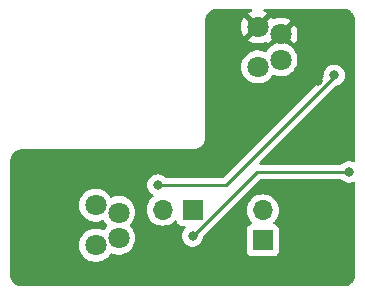
<source format=gbr>
%TF.GenerationSoftware,KiCad,Pcbnew,7.0.6*%
%TF.CreationDate,2024-04-06T17:48:28-04:00*%
%TF.ProjectId,rearbox_peripheral_io_side,72656172-626f-4785-9f70-657269706865,rev?*%
%TF.SameCoordinates,Original*%
%TF.FileFunction,Copper,L2,Bot*%
%TF.FilePolarity,Positive*%
%FSLAX46Y46*%
G04 Gerber Fmt 4.6, Leading zero omitted, Abs format (unit mm)*
G04 Created by KiCad (PCBNEW 7.0.6) date 2024-04-06 17:48:28*
%MOMM*%
%LPD*%
G01*
G04 APERTURE LIST*
%TA.AperFunction,ComponentPad*%
%ADD10R,1.700000X1.700000*%
%TD*%
%TA.AperFunction,ComponentPad*%
%ADD11O,1.700000X1.700000*%
%TD*%
%TA.AperFunction,ComponentPad*%
%ADD12C,1.800000*%
%TD*%
%TA.AperFunction,ViaPad*%
%ADD13C,0.800000*%
%TD*%
%TA.AperFunction,Conductor*%
%ADD14C,0.250000*%
%TD*%
G04 APERTURE END LIST*
D10*
%TO.P,J6,1,Pin_1*%
%TO.N,Net-(J6-Pin_1)*%
X98404600Y-80213200D03*
D11*
%TO.P,J6,2,Pin_2*%
%TO.N,Net-(J6-Pin_2)*%
X95864600Y-80213200D03*
%TD*%
D12*
%TO.P,J3,1,Pin_1*%
%TO.N,M+*%
X90195601Y-83231274D03*
%TO.P,J3,2,Pin_2*%
X92145600Y-82606180D03*
%TO.P,J3,3,Pin_3*%
%TO.N,M-*%
X90195601Y-79831230D03*
%TO.P,J3,4,Pin_4*%
X92145600Y-80456253D03*
%TD*%
D10*
%TO.P,J4,1,Pin_1*%
%TO.N,D2*%
X104343200Y-82804000D03*
D11*
%TO.P,J4,2,Pin_2*%
%TO.N,D1*%
X104343200Y-80264000D03*
%TD*%
D12*
%TO.P,J2,1,Pin_1*%
%TO.N,12v*%
X103925601Y-68126132D03*
%TO.P,J2,2,Pin_2*%
X105875600Y-67501038D03*
%TO.P,J2,3,Pin_3*%
%TO.N,GND*%
X103925601Y-64726088D03*
%TO.P,J2,4,Pin_4*%
X105875600Y-65351111D03*
%TD*%
D13*
%TO.N,GND*%
X105765600Y-70053200D03*
X85496400Y-80619600D03*
X100685600Y-86106000D03*
X109321600Y-65836800D03*
X85394800Y-78536800D03*
X109016800Y-69342000D03*
X94945200Y-86106000D03*
%TO.N,Net-(J6-Pin_1)*%
X98399600Y-82448400D03*
X111658400Y-77012800D03*
%TO.N,Net-(J6-Pin_2)*%
X95453200Y-78130400D03*
X110388400Y-68834000D03*
%TD*%
D14*
%TO.N,Net-(J6-Pin_1)*%
X98399600Y-82448400D02*
X103835200Y-77012800D01*
X103835200Y-77012800D02*
X111658400Y-77012800D01*
%TO.N,Net-(J6-Pin_2)*%
X101253705Y-78130400D02*
X110388400Y-68995705D01*
X110388400Y-68995705D02*
X110388400Y-68834000D01*
X95453200Y-78130400D02*
X101253705Y-78130400D01*
%TD*%
%TA.AperFunction,Conductor*%
%TO.N,GND*%
G36*
X103395736Y-63215385D02*
G01*
X103441491Y-63268189D01*
X103451435Y-63337347D01*
X103422410Y-63400903D01*
X103368959Y-63436981D01*
X103361310Y-63439606D01*
X103361299Y-63439611D01*
X103157245Y-63550040D01*
X103126801Y-63573734D01*
X103126801Y-63573735D01*
X103716380Y-64163314D01*
X103623013Y-64201989D01*
X103497676Y-64298163D01*
X103401502Y-64423499D01*
X103362827Y-64516867D01*
X102774413Y-63928453D01*
X102690117Y-64057479D01*
X102690115Y-64057483D01*
X102596918Y-64269952D01*
X102539962Y-64494869D01*
X102520802Y-64726082D01*
X102520802Y-64726093D01*
X102539962Y-64957306D01*
X102596918Y-65182223D01*
X102690117Y-65394697D01*
X102774412Y-65523721D01*
X103362827Y-64935307D01*
X103401502Y-65028676D01*
X103497676Y-65154013D01*
X103623013Y-65250187D01*
X103716380Y-65288860D01*
X103126800Y-65878439D01*
X103157251Y-65902138D01*
X103361298Y-66012564D01*
X103361307Y-66012567D01*
X103580740Y-66087899D01*
X103809594Y-66126088D01*
X104041608Y-66126088D01*
X104270461Y-66087899D01*
X104489896Y-66012567D01*
X104497027Y-66008708D01*
X104565355Y-65994110D01*
X104630728Y-66018769D01*
X104659859Y-66049939D01*
X104724411Y-66148744D01*
X105312826Y-65560330D01*
X105351501Y-65653699D01*
X105447675Y-65779036D01*
X105573012Y-65875210D01*
X105666379Y-65913883D01*
X105415233Y-66165029D01*
X105367817Y-66194629D01*
X105311098Y-66214101D01*
X105311095Y-66214102D01*
X105106971Y-66324569D01*
X105106965Y-66324573D01*
X104923822Y-66467119D01*
X104923819Y-66467122D01*
X104766618Y-66637888D01*
X104659658Y-66801604D01*
X104606511Y-66846960D01*
X104537280Y-66856384D01*
X104496831Y-66842837D01*
X104492971Y-66840747D01*
X104490103Y-66839195D01*
X104490096Y-66839193D01*
X104270585Y-66763834D01*
X104098883Y-66735182D01*
X104041650Y-66725632D01*
X103809552Y-66725632D01*
X103763765Y-66733272D01*
X103580616Y-66763834D01*
X103361105Y-66839193D01*
X103361096Y-66839196D01*
X103156972Y-66949663D01*
X103156966Y-66949667D01*
X102973823Y-67092213D01*
X102973820Y-67092216D01*
X102816617Y-67262984D01*
X102689676Y-67457283D01*
X102596443Y-67669831D01*
X102539467Y-67894823D01*
X102539465Y-67894834D01*
X102520300Y-68126125D01*
X102520300Y-68126138D01*
X102539465Y-68357429D01*
X102539467Y-68357440D01*
X102596443Y-68582432D01*
X102689676Y-68794980D01*
X102816617Y-68989279D01*
X102816620Y-68989283D01*
X102816622Y-68989285D01*
X102973817Y-69160045D01*
X102973820Y-69160047D01*
X102973823Y-69160050D01*
X103156966Y-69302596D01*
X103156972Y-69302600D01*
X103156975Y-69302602D01*
X103361098Y-69413068D01*
X103475088Y-69452200D01*
X103580616Y-69488429D01*
X103580618Y-69488429D01*
X103580620Y-69488430D01*
X103809552Y-69526632D01*
X103809553Y-69526632D01*
X104041649Y-69526632D01*
X104041650Y-69526632D01*
X104270582Y-69488430D01*
X104490104Y-69413068D01*
X104694227Y-69302602D01*
X104877385Y-69160045D01*
X105034580Y-68989285D01*
X105141543Y-68825564D01*
X105194688Y-68780209D01*
X105263919Y-68770785D01*
X105304370Y-68784333D01*
X105311097Y-68787974D01*
X105420599Y-68825566D01*
X105530615Y-68863335D01*
X105530617Y-68863335D01*
X105530619Y-68863336D01*
X105759551Y-68901538D01*
X105759552Y-68901538D01*
X105991648Y-68901538D01*
X105991649Y-68901538D01*
X106220581Y-68863336D01*
X106440103Y-68787974D01*
X106644226Y-68677508D01*
X106827384Y-68534951D01*
X106984579Y-68364191D01*
X107111524Y-68169887D01*
X107204757Y-67957338D01*
X107261734Y-67732343D01*
X107280900Y-67501038D01*
X107280900Y-67501031D01*
X107261735Y-67269740D01*
X107261733Y-67269729D01*
X107204757Y-67044737D01*
X107111524Y-66832189D01*
X106984583Y-66637890D01*
X106984580Y-66637887D01*
X106984579Y-66637885D01*
X106827384Y-66467125D01*
X106827379Y-66467121D01*
X106827377Y-66467119D01*
X106644234Y-66324573D01*
X106644228Y-66324569D01*
X106440104Y-66214102D01*
X106440098Y-66214100D01*
X106383382Y-66194629D01*
X106335965Y-66165029D01*
X106084820Y-65913883D01*
X106178188Y-65875210D01*
X106303525Y-65779036D01*
X106399699Y-65653700D01*
X106438372Y-65560331D01*
X107026786Y-66148745D01*
X107111084Y-66019717D01*
X107204282Y-65807246D01*
X107261238Y-65582329D01*
X107280398Y-65351116D01*
X107280398Y-65351105D01*
X107261238Y-65119892D01*
X107204282Y-64894975D01*
X107111083Y-64682501D01*
X107026786Y-64553475D01*
X106438372Y-65141889D01*
X106399699Y-65048523D01*
X106303525Y-64923186D01*
X106178188Y-64827012D01*
X106084819Y-64788337D01*
X106674399Y-64198758D01*
X106643949Y-64175060D01*
X106439902Y-64064634D01*
X106439893Y-64064631D01*
X106220460Y-63989299D01*
X105991607Y-63951111D01*
X105759593Y-63951111D01*
X105530739Y-63989299D01*
X105311306Y-64064631D01*
X105311290Y-64064638D01*
X105304165Y-64068494D01*
X105235836Y-64083088D01*
X105170465Y-64058423D01*
X105141341Y-64027259D01*
X105076787Y-63928452D01*
X104488373Y-64516866D01*
X104449700Y-64423500D01*
X104353526Y-64298163D01*
X104228189Y-64201989D01*
X104134821Y-64163315D01*
X104724400Y-63573736D01*
X104724400Y-63573735D01*
X104693950Y-63550037D01*
X104489903Y-63439611D01*
X104489891Y-63439606D01*
X104482243Y-63436981D01*
X104425227Y-63396596D01*
X104399096Y-63331796D01*
X104412147Y-63263156D01*
X104460236Y-63212469D01*
X104522505Y-63195700D01*
X111163693Y-63195700D01*
X111169095Y-63195935D01*
X111211919Y-63199682D01*
X111338171Y-63212118D01*
X111358085Y-63215741D01*
X111424749Y-63233603D01*
X111517970Y-63261882D01*
X111534371Y-63268158D01*
X111535248Y-63268567D01*
X111601811Y-63299606D01*
X111604775Y-63301088D01*
X111642369Y-63321182D01*
X111688727Y-63345962D01*
X111695067Y-63349857D01*
X111761228Y-63396183D01*
X111765000Y-63399044D01*
X111802617Y-63429915D01*
X111814431Y-63439611D01*
X111837208Y-63458303D01*
X111841709Y-63462382D01*
X111899215Y-63519888D01*
X111903295Y-63524390D01*
X111962554Y-63596598D01*
X111965415Y-63600370D01*
X112011741Y-63666531D01*
X112015636Y-63672871D01*
X112060501Y-63756805D01*
X112062014Y-63759831D01*
X112093440Y-63827227D01*
X112099719Y-63843635D01*
X112128001Y-63936869D01*
X112145854Y-64003499D01*
X112149482Y-64023438D01*
X112161923Y-64149755D01*
X112165663Y-64192505D01*
X112165899Y-64197911D01*
X112165899Y-76062089D01*
X112146214Y-76129128D01*
X112093410Y-76174883D01*
X112024252Y-76184827D01*
X111991464Y-76175369D01*
X111938202Y-76151655D01*
X111792401Y-76120665D01*
X111753046Y-76112300D01*
X111563754Y-76112300D01*
X111531297Y-76119198D01*
X111378597Y-76151655D01*
X111378592Y-76151657D01*
X111205670Y-76228648D01*
X111205665Y-76228651D01*
X111052530Y-76339910D01*
X111052526Y-76339914D01*
X111046800Y-76346274D01*
X110987313Y-76382921D01*
X110954652Y-76387300D01*
X104180756Y-76387300D01*
X104113717Y-76367615D01*
X104067962Y-76314811D01*
X104058018Y-76245653D01*
X104087043Y-76182097D01*
X104093075Y-76175619D01*
X106253391Y-74015303D01*
X110522030Y-69746663D01*
X110583351Y-69713180D01*
X110583549Y-69713137D01*
X110668203Y-69695144D01*
X110668207Y-69695142D01*
X110668208Y-69695142D01*
X110726458Y-69669206D01*
X110841130Y-69618151D01*
X110994271Y-69506888D01*
X111120933Y-69366216D01*
X111215579Y-69202284D01*
X111274074Y-69022256D01*
X111293860Y-68834000D01*
X111274074Y-68645744D01*
X111215579Y-68465716D01*
X111120933Y-68301784D01*
X110994271Y-68161112D01*
X110994270Y-68161111D01*
X110841134Y-68049851D01*
X110841129Y-68049848D01*
X110668207Y-67972857D01*
X110668202Y-67972855D01*
X110522401Y-67941865D01*
X110483046Y-67933500D01*
X110293754Y-67933500D01*
X110261297Y-67940398D01*
X110108597Y-67972855D01*
X110108592Y-67972857D01*
X109935670Y-68049848D01*
X109935665Y-68049851D01*
X109782529Y-68161111D01*
X109655866Y-68301785D01*
X109561221Y-68465715D01*
X109561218Y-68465722D01*
X109538724Y-68534953D01*
X109502726Y-68645744D01*
X109487777Y-68787976D01*
X109482940Y-68834000D01*
X109494121Y-68940391D01*
X109481551Y-69009121D01*
X109458481Y-69041032D01*
X101030933Y-77468581D01*
X100969610Y-77502066D01*
X100943252Y-77504900D01*
X96156948Y-77504900D01*
X96089909Y-77485215D01*
X96064800Y-77463874D01*
X96059073Y-77457514D01*
X96059069Y-77457510D01*
X95905934Y-77346251D01*
X95905929Y-77346248D01*
X95733007Y-77269257D01*
X95733002Y-77269255D01*
X95587201Y-77238265D01*
X95547846Y-77229900D01*
X95358554Y-77229900D01*
X95326097Y-77236798D01*
X95173397Y-77269255D01*
X95173392Y-77269257D01*
X95000470Y-77346248D01*
X95000465Y-77346251D01*
X94847329Y-77457511D01*
X94720666Y-77598185D01*
X94626021Y-77762115D01*
X94626018Y-77762122D01*
X94567527Y-77942140D01*
X94567526Y-77942144D01*
X94547740Y-78130400D01*
X94567526Y-78318656D01*
X94567527Y-78318659D01*
X94626018Y-78498677D01*
X94626021Y-78498684D01*
X94720667Y-78662616D01*
X94841947Y-78797311D01*
X94847329Y-78803288D01*
X95000465Y-78914548D01*
X95000468Y-78914550D01*
X95000469Y-78914550D01*
X95000470Y-78914551D01*
X95022926Y-78924549D01*
X95076163Y-78969797D01*
X95096485Y-79036646D01*
X95077441Y-79103870D01*
X95043615Y-79139402D01*
X94993198Y-79174704D01*
X94826105Y-79341797D01*
X94690565Y-79535369D01*
X94690564Y-79535371D01*
X94590698Y-79749535D01*
X94590694Y-79749544D01*
X94529538Y-79977786D01*
X94529536Y-79977796D01*
X94508941Y-80213199D01*
X94508941Y-80213200D01*
X94529536Y-80448603D01*
X94529538Y-80448613D01*
X94590694Y-80676855D01*
X94590696Y-80676859D01*
X94590697Y-80676863D01*
X94614386Y-80727664D01*
X94690565Y-80891030D01*
X94690567Y-80891034D01*
X94726138Y-80941834D01*
X94826105Y-81084601D01*
X94993199Y-81251695D01*
X95088819Y-81318649D01*
X95186765Y-81387232D01*
X95186767Y-81387233D01*
X95186770Y-81387235D01*
X95400937Y-81487103D01*
X95629192Y-81548263D01*
X95805634Y-81563700D01*
X95864599Y-81568859D01*
X95864600Y-81568859D01*
X95864601Y-81568859D01*
X95923566Y-81563700D01*
X96100008Y-81548263D01*
X96328263Y-81487103D01*
X96542430Y-81387235D01*
X96736001Y-81251695D01*
X96857929Y-81129766D01*
X96919248Y-81096284D01*
X96988940Y-81101268D01*
X97044874Y-81143139D01*
X97061789Y-81174117D01*
X97110802Y-81305528D01*
X97110806Y-81305535D01*
X97197052Y-81420744D01*
X97197055Y-81420747D01*
X97312264Y-81506993D01*
X97312271Y-81506997D01*
X97320867Y-81510203D01*
X97447117Y-81557291D01*
X97506727Y-81563700D01*
X97705940Y-81563699D01*
X97772978Y-81583383D01*
X97818733Y-81636187D01*
X97828677Y-81705345D01*
X97799652Y-81768901D01*
X97798032Y-81770640D01*
X97798078Y-81770682D01*
X97667066Y-81916185D01*
X97572421Y-82080115D01*
X97572418Y-82080122D01*
X97513927Y-82260140D01*
X97513926Y-82260144D01*
X97494140Y-82448400D01*
X97513926Y-82636656D01*
X97513927Y-82636659D01*
X97572418Y-82816677D01*
X97572421Y-82816684D01*
X97667067Y-82980616D01*
X97740778Y-83062480D01*
X97793729Y-83121288D01*
X97946865Y-83232548D01*
X97946870Y-83232551D01*
X98119792Y-83309542D01*
X98119797Y-83309544D01*
X98304954Y-83348900D01*
X98304955Y-83348900D01*
X98494244Y-83348900D01*
X98494246Y-83348900D01*
X98679403Y-83309544D01*
X98852330Y-83232551D01*
X99005471Y-83121288D01*
X99132133Y-82980616D01*
X99226779Y-82816684D01*
X99285274Y-82636656D01*
X99302921Y-82468745D01*
X99329505Y-82404132D01*
X99338552Y-82394036D01*
X101468589Y-80264000D01*
X102987541Y-80264000D01*
X103008136Y-80499403D01*
X103008138Y-80499413D01*
X103069294Y-80727655D01*
X103069296Y-80727659D01*
X103069297Y-80727663D01*
X103145477Y-80891030D01*
X103169165Y-80941830D01*
X103169167Y-80941834D01*
X103247763Y-81054080D01*
X103304701Y-81135396D01*
X103304706Y-81135402D01*
X103426630Y-81257326D01*
X103460115Y-81318649D01*
X103455131Y-81388341D01*
X103413259Y-81444274D01*
X103382283Y-81461189D01*
X103250869Y-81510203D01*
X103250864Y-81510206D01*
X103135655Y-81596452D01*
X103135652Y-81596455D01*
X103049406Y-81711664D01*
X103049402Y-81711671D01*
X102999108Y-81846517D01*
X102996694Y-81868976D01*
X102992701Y-81906123D01*
X102992700Y-81906135D01*
X102992700Y-83701870D01*
X102992701Y-83701876D01*
X102999108Y-83761483D01*
X103049402Y-83896328D01*
X103049406Y-83896335D01*
X103135652Y-84011544D01*
X103135655Y-84011547D01*
X103250864Y-84097793D01*
X103250871Y-84097797D01*
X103385717Y-84148091D01*
X103385716Y-84148091D01*
X103392644Y-84148835D01*
X103445327Y-84154500D01*
X105241072Y-84154499D01*
X105300683Y-84148091D01*
X105435531Y-84097796D01*
X105550746Y-84011546D01*
X105636996Y-83896331D01*
X105687291Y-83761483D01*
X105693700Y-83701873D01*
X105693699Y-81906128D01*
X105687291Y-81846517D01*
X105681419Y-81830774D01*
X105636997Y-81711671D01*
X105636993Y-81711664D01*
X105550747Y-81596455D01*
X105550744Y-81596452D01*
X105435535Y-81510206D01*
X105435528Y-81510202D01*
X105304117Y-81461189D01*
X105248183Y-81419318D01*
X105223766Y-81353853D01*
X105238618Y-81285580D01*
X105259763Y-81257332D01*
X105381695Y-81135401D01*
X105517235Y-80941830D01*
X105617103Y-80727663D01*
X105678263Y-80499408D01*
X105698859Y-80264000D01*
X105678263Y-80028592D01*
X105617103Y-79800337D01*
X105517235Y-79586171D01*
X105504887Y-79568535D01*
X105381694Y-79392597D01*
X105214602Y-79225506D01*
X105214595Y-79225501D01*
X105021034Y-79089967D01*
X105021030Y-79089965D01*
X104947662Y-79055753D01*
X104806863Y-78990097D01*
X104806859Y-78990096D01*
X104806855Y-78990094D01*
X104578613Y-78928938D01*
X104578603Y-78928936D01*
X104343201Y-78908341D01*
X104343199Y-78908341D01*
X104107796Y-78928936D01*
X104107786Y-78928938D01*
X103879544Y-78990094D01*
X103879535Y-78990098D01*
X103665371Y-79089964D01*
X103665369Y-79089965D01*
X103471797Y-79225505D01*
X103304705Y-79392597D01*
X103169165Y-79586169D01*
X103169164Y-79586171D01*
X103069298Y-79800335D01*
X103069294Y-79800344D01*
X103008138Y-80028586D01*
X103008136Y-80028596D01*
X102987541Y-80263999D01*
X102987541Y-80264000D01*
X101468589Y-80264000D01*
X104057971Y-77674619D01*
X104119295Y-77641134D01*
X104145653Y-77638300D01*
X110954652Y-77638300D01*
X111021691Y-77657985D01*
X111046800Y-77679326D01*
X111052526Y-77685685D01*
X111052530Y-77685689D01*
X111205665Y-77796948D01*
X111205670Y-77796951D01*
X111378592Y-77873942D01*
X111378597Y-77873944D01*
X111563754Y-77913300D01*
X111563755Y-77913300D01*
X111753044Y-77913300D01*
X111753046Y-77913300D01*
X111938203Y-77873944D01*
X111991462Y-77850230D01*
X112060712Y-77840945D01*
X112123989Y-77870573D01*
X112161203Y-77929708D01*
X112165899Y-77963510D01*
X112165899Y-85712888D01*
X112165663Y-85718294D01*
X112161923Y-85761044D01*
X112149482Y-85887360D01*
X112145854Y-85907299D01*
X112128001Y-85973930D01*
X112099718Y-86067163D01*
X112093440Y-86083571D01*
X112062014Y-86150967D01*
X112060501Y-86153993D01*
X112015636Y-86237927D01*
X112011741Y-86244267D01*
X111965415Y-86310428D01*
X111962554Y-86314200D01*
X111903295Y-86386408D01*
X111899206Y-86390920D01*
X111841720Y-86448406D01*
X111837208Y-86452495D01*
X111765000Y-86511754D01*
X111761228Y-86514615D01*
X111695067Y-86560941D01*
X111688727Y-86564836D01*
X111604793Y-86609701D01*
X111601767Y-86611214D01*
X111534371Y-86642640D01*
X111517963Y-86648918D01*
X111424730Y-86677201D01*
X111358099Y-86695054D01*
X111338160Y-86698682D01*
X111211845Y-86711123D01*
X111171189Y-86714680D01*
X111169096Y-86714864D01*
X111163690Y-86715100D01*
X83959110Y-86715100D01*
X83953703Y-86714864D01*
X83951415Y-86714663D01*
X83910954Y-86711123D01*
X83784638Y-86698682D01*
X83764699Y-86695054D01*
X83698069Y-86677201D01*
X83604835Y-86648919D01*
X83588427Y-86642640D01*
X83539833Y-86619981D01*
X83521018Y-86611207D01*
X83518005Y-86609701D01*
X83434071Y-86564836D01*
X83427731Y-86560941D01*
X83361570Y-86514615D01*
X83357798Y-86511754D01*
X83285590Y-86452495D01*
X83281088Y-86448415D01*
X83223582Y-86390909D01*
X83219503Y-86386408D01*
X83160244Y-86314200D01*
X83157383Y-86310428D01*
X83111057Y-86244267D01*
X83107162Y-86237927D01*
X83082382Y-86191569D01*
X83062288Y-86153975D01*
X83060806Y-86151011D01*
X83029358Y-86083571D01*
X83023082Y-86067170D01*
X82994798Y-85973930D01*
X82976941Y-85907285D01*
X82973318Y-85887371D01*
X82960882Y-85761119D01*
X82957136Y-85718294D01*
X82956900Y-85712893D01*
X82956900Y-83231280D01*
X88790300Y-83231280D01*
X88809465Y-83462571D01*
X88809467Y-83462582D01*
X88866443Y-83687574D01*
X88959676Y-83900122D01*
X89086617Y-84094421D01*
X89086620Y-84094425D01*
X89086622Y-84094427D01*
X89243817Y-84265187D01*
X89243820Y-84265189D01*
X89243823Y-84265192D01*
X89426966Y-84407738D01*
X89426972Y-84407742D01*
X89426975Y-84407744D01*
X89631098Y-84518210D01*
X89745088Y-84557342D01*
X89850616Y-84593571D01*
X89850618Y-84593571D01*
X89850620Y-84593572D01*
X90079552Y-84631774D01*
X90079553Y-84631774D01*
X90311649Y-84631774D01*
X90311650Y-84631774D01*
X90540582Y-84593572D01*
X90760104Y-84518210D01*
X90964227Y-84407744D01*
X91147385Y-84265187D01*
X91304580Y-84094427D01*
X91411543Y-83930706D01*
X91464688Y-83885351D01*
X91533919Y-83875927D01*
X91574370Y-83889475D01*
X91581097Y-83893116D01*
X91690599Y-83930708D01*
X91800615Y-83968477D01*
X91800617Y-83968477D01*
X91800619Y-83968478D01*
X92029551Y-84006680D01*
X92029552Y-84006680D01*
X92261648Y-84006680D01*
X92261649Y-84006680D01*
X92490581Y-83968478D01*
X92710103Y-83893116D01*
X92914226Y-83782650D01*
X92941422Y-83761483D01*
X93018010Y-83701872D01*
X93097384Y-83640093D01*
X93254579Y-83469333D01*
X93381524Y-83275029D01*
X93474757Y-83062480D01*
X93531734Y-82837485D01*
X93533458Y-82816684D01*
X93550900Y-82606186D01*
X93550900Y-82606173D01*
X93531735Y-82374882D01*
X93531733Y-82374871D01*
X93474757Y-82149879D01*
X93381524Y-81937331D01*
X93254581Y-81743029D01*
X93136905Y-81615198D01*
X93105983Y-81552544D01*
X93113843Y-81483118D01*
X93136901Y-81447238D01*
X93254579Y-81319406D01*
X93381524Y-81125102D01*
X93474757Y-80912553D01*
X93531734Y-80687558D01*
X93532620Y-80676864D01*
X93550900Y-80456259D01*
X93550900Y-80456246D01*
X93531735Y-80224955D01*
X93531733Y-80224944D01*
X93474757Y-79999952D01*
X93381524Y-79787404D01*
X93254583Y-79593105D01*
X93254580Y-79593102D01*
X93254579Y-79593100D01*
X93097384Y-79422340D01*
X93097379Y-79422336D01*
X93097377Y-79422334D01*
X92914234Y-79279788D01*
X92914228Y-79279784D01*
X92710104Y-79169317D01*
X92710095Y-79169314D01*
X92490584Y-79093955D01*
X92318882Y-79065303D01*
X92261649Y-79055753D01*
X92029551Y-79055753D01*
X91983764Y-79063393D01*
X91800615Y-79093955D01*
X91581101Y-79169315D01*
X91581086Y-79169322D01*
X91574330Y-79172978D01*
X91506001Y-79187571D01*
X91440630Y-79162905D01*
X91411508Y-79131743D01*
X91404400Y-79120864D01*
X91304580Y-78968077D01*
X91147385Y-78797317D01*
X91147380Y-78797313D01*
X91147378Y-78797311D01*
X90964235Y-78654765D01*
X90964229Y-78654761D01*
X90760105Y-78544294D01*
X90760096Y-78544291D01*
X90540585Y-78468932D01*
X90368882Y-78440280D01*
X90311650Y-78430730D01*
X90079552Y-78430730D01*
X90033765Y-78438370D01*
X89850616Y-78468932D01*
X89631105Y-78544291D01*
X89631096Y-78544294D01*
X89426972Y-78654761D01*
X89426966Y-78654765D01*
X89243823Y-78797311D01*
X89243820Y-78797314D01*
X89243817Y-78797316D01*
X89243817Y-78797317D01*
X89230268Y-78812035D01*
X89086617Y-78968082D01*
X88959676Y-79162381D01*
X88866443Y-79374929D01*
X88809467Y-79599921D01*
X88809465Y-79599932D01*
X88790300Y-79831223D01*
X88790300Y-79831236D01*
X88809465Y-80062527D01*
X88809467Y-80062538D01*
X88866443Y-80287530D01*
X88959676Y-80500078D01*
X89086617Y-80694377D01*
X89086620Y-80694381D01*
X89086622Y-80694383D01*
X89243817Y-80865143D01*
X89243820Y-80865145D01*
X89243823Y-80865148D01*
X89426966Y-81007694D01*
X89426972Y-81007698D01*
X89426975Y-81007700D01*
X89631098Y-81118166D01*
X89681302Y-81135401D01*
X89850616Y-81193527D01*
X89850618Y-81193527D01*
X89850620Y-81193528D01*
X90079552Y-81231730D01*
X90079553Y-81231730D01*
X90311649Y-81231730D01*
X90311650Y-81231730D01*
X90540582Y-81193528D01*
X90760104Y-81118166D01*
X90766860Y-81114509D01*
X90835186Y-81099910D01*
X90900560Y-81124569D01*
X90929692Y-81155739D01*
X90941699Y-81174117D01*
X91036621Y-81319406D01*
X91068332Y-81353853D01*
X91154294Y-81447234D01*
X91185216Y-81509888D01*
X91177356Y-81579314D01*
X91154295Y-81615198D01*
X91036618Y-81743030D01*
X90929658Y-81906746D01*
X90876511Y-81952102D01*
X90807280Y-81961526D01*
X90766831Y-81947979D01*
X90762971Y-81945889D01*
X90760103Y-81944337D01*
X90760096Y-81944335D01*
X90540585Y-81868976D01*
X90368882Y-81840324D01*
X90311650Y-81830774D01*
X90079552Y-81830774D01*
X90033765Y-81838414D01*
X89850616Y-81868976D01*
X89631105Y-81944335D01*
X89631096Y-81944338D01*
X89426972Y-82054805D01*
X89426966Y-82054809D01*
X89243823Y-82197355D01*
X89243820Y-82197358D01*
X89086617Y-82368126D01*
X88959676Y-82562425D01*
X88866443Y-82774973D01*
X88809467Y-82999965D01*
X88809465Y-82999976D01*
X88790300Y-83231267D01*
X88790300Y-83231280D01*
X82956900Y-83231280D01*
X82956900Y-76085104D01*
X82957136Y-76079698D01*
X82960882Y-76036879D01*
X82973318Y-75910621D01*
X82976942Y-75890709D01*
X82994802Y-75824053D01*
X83023083Y-75730824D01*
X83029353Y-75714437D01*
X83060820Y-75646958D01*
X83062272Y-75644053D01*
X83107164Y-75560066D01*
X83111057Y-75553731D01*
X83144237Y-75506345D01*
X83157394Y-75487555D01*
X83160227Y-75483820D01*
X83219522Y-75411568D01*
X83223562Y-75407110D01*
X83281110Y-75349562D01*
X83285568Y-75345522D01*
X83357820Y-75286227D01*
X83361555Y-75283394D01*
X83427734Y-75237054D01*
X83434066Y-75233164D01*
X83518053Y-75188272D01*
X83520958Y-75186820D01*
X83588437Y-75155353D01*
X83604824Y-75149083D01*
X83698053Y-75120802D01*
X83764709Y-75102942D01*
X83784623Y-75099318D01*
X83910942Y-75086877D01*
X83953705Y-75083135D01*
X83959106Y-75082900D01*
X98399303Y-75082900D01*
X98414877Y-75087473D01*
X98458278Y-75083199D01*
X98464358Y-75082900D01*
X98553928Y-75082900D01*
X98553932Y-75082900D01*
X98617046Y-75071771D01*
X98628845Y-75073087D01*
X98652017Y-75066058D01*
X98659243Y-75064331D01*
X98726338Y-75052501D01*
X98726343Y-75052499D01*
X98726344Y-75052499D01*
X98765280Y-75038327D01*
X98803989Y-75024237D01*
X98817037Y-75023408D01*
X98832252Y-75015276D01*
X98848293Y-75008112D01*
X98890845Y-74992625D01*
X98975373Y-74943821D01*
X98989709Y-74940343D01*
X99001572Y-74930608D01*
X99018225Y-74919081D01*
X99042455Y-74905092D01*
X99042460Y-74905087D01*
X99046891Y-74901986D01*
X99047155Y-74902364D01*
X99060966Y-74893023D01*
X99064487Y-74891140D01*
X99081057Y-74872700D01*
X99127795Y-74833483D01*
X99142806Y-74826914D01*
X99151375Y-74816473D01*
X99167526Y-74800145D01*
X99176563Y-74792563D01*
X99184145Y-74783526D01*
X99200473Y-74767375D01*
X99205500Y-74763249D01*
X99217481Y-74743798D01*
X99256698Y-74697060D01*
X99271571Y-74687165D01*
X99277023Y-74676966D01*
X99286364Y-74663155D01*
X99285986Y-74662891D01*
X99289087Y-74658461D01*
X99289087Y-74658460D01*
X99289092Y-74658455D01*
X99303081Y-74634225D01*
X99314608Y-74617572D01*
X99320304Y-74610630D01*
X99327822Y-74591373D01*
X99376621Y-74506852D01*
X99376621Y-74506851D01*
X99376625Y-74506845D01*
X99392112Y-74464293D01*
X99399276Y-74448252D01*
X99404719Y-74438068D01*
X99408238Y-74419989D01*
X99436499Y-74342344D01*
X99436499Y-74342343D01*
X99436501Y-74342338D01*
X99448331Y-74275243D01*
X99450058Y-74268017D01*
X99455566Y-74249859D01*
X99455770Y-74233049D01*
X99466900Y-74169932D01*
X99466900Y-74082400D01*
X99466900Y-74081900D01*
X99466900Y-74080357D01*
X99467199Y-74074278D01*
X99470762Y-74038096D01*
X99466900Y-74015303D01*
X99466900Y-64197905D01*
X99467136Y-64192499D01*
X99470876Y-64149754D01*
X99477442Y-64083088D01*
X99483318Y-64023423D01*
X99486942Y-64003509D01*
X99504802Y-63936853D01*
X99533083Y-63843624D01*
X99539353Y-63827237D01*
X99570820Y-63759758D01*
X99572272Y-63756853D01*
X99617164Y-63672866D01*
X99621057Y-63666531D01*
X99654237Y-63619145D01*
X99667394Y-63600355D01*
X99670227Y-63596620D01*
X99729522Y-63524368D01*
X99733562Y-63519910D01*
X99791110Y-63462362D01*
X99795568Y-63458322D01*
X99867820Y-63399027D01*
X99871555Y-63396194D01*
X99937734Y-63349854D01*
X99944066Y-63345964D01*
X100028053Y-63301072D01*
X100030958Y-63299620D01*
X100098437Y-63268153D01*
X100114824Y-63261883D01*
X100208053Y-63233602D01*
X100274709Y-63215742D01*
X100294623Y-63212118D01*
X100420942Y-63199677D01*
X100463705Y-63195935D01*
X100469106Y-63195700D01*
X103328697Y-63195700D01*
X103395736Y-63215385D01*
G37*
%TD.AperFunction*%
%TD*%
M02*

</source>
